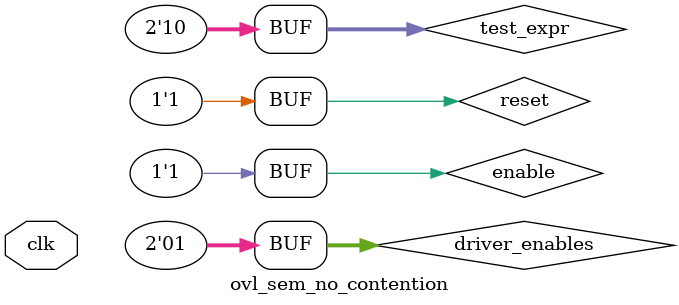
<source format=sv>
module ovl_sem_no_contention(input logic clk);
  logic reset = 1'b1;
  logic enable = 1'b1;
  logic [1:0] test_expr = 2'b10;
`ifdef FAIL
  logic [1:0] driver_enables = 2'b11;
`else
  logic [1:0] driver_enables = 2'b01;
`endif

  ovl_no_contention #(
      .min_quiet(1),
      .max_quiet(1),
      .num_drivers(2),
      .width(2)) dut (
      .clock(clk),
      .reset(reset),
      .enable(enable),
      .test_expr(test_expr),
      .driver_enables(driver_enables),
      .fire());
endmodule

</source>
